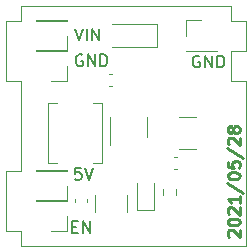
<source format=gbr>
%TF.GenerationSoftware,KiCad,Pcbnew,(5.1.9)-1*%
%TF.CreationDate,2021-05-28T15:44:06+02:00*%
%TF.ProjectId,16_STEP_DOWN,31365f53-5445-4505-9f44-4f574e2e6b69,rev?*%
%TF.SameCoordinates,Original*%
%TF.FileFunction,Legend,Top*%
%TF.FilePolarity,Positive*%
%FSLAX46Y46*%
G04 Gerber Fmt 4.6, Leading zero omitted, Abs format (unit mm)*
G04 Created by KiCad (PCBNEW (5.1.9)-1) date 2021-05-28 15:44:06*
%MOMM*%
%LPD*%
G01*
G04 APERTURE LIST*
%ADD10C,0.150000*%
%TA.AperFunction,Profile*%
%ADD11C,0.050000*%
%TD*%
%ADD12C,0.250000*%
%ADD13C,0.120000*%
G04 APERTURE END LIST*
D10*
X105901904Y-79668571D02*
X106235238Y-79668571D01*
X106378095Y-80192380D02*
X105901904Y-80192380D01*
X105901904Y-79192380D01*
X106378095Y-79192380D01*
X106806666Y-80192380D02*
X106806666Y-79192380D01*
X107378095Y-80192380D01*
X107378095Y-79192380D01*
X116678095Y-65240000D02*
X116582857Y-65192380D01*
X116440000Y-65192380D01*
X116297142Y-65240000D01*
X116201904Y-65335238D01*
X116154285Y-65430476D01*
X116106666Y-65620952D01*
X116106666Y-65763809D01*
X116154285Y-65954285D01*
X116201904Y-66049523D01*
X116297142Y-66144761D01*
X116440000Y-66192380D01*
X116535238Y-66192380D01*
X116678095Y-66144761D01*
X116725714Y-66097142D01*
X116725714Y-65763809D01*
X116535238Y-65763809D01*
X117154285Y-66192380D02*
X117154285Y-65192380D01*
X117725714Y-66192380D01*
X117725714Y-65192380D01*
X118201904Y-66192380D02*
X118201904Y-65192380D01*
X118440000Y-65192380D01*
X118582857Y-65240000D01*
X118678095Y-65335238D01*
X118725714Y-65430476D01*
X118773333Y-65620952D01*
X118773333Y-65763809D01*
X118725714Y-65954285D01*
X118678095Y-66049523D01*
X118582857Y-66144761D01*
X118440000Y-66192380D01*
X118201904Y-66192380D01*
X106144761Y-62892380D02*
X106478095Y-63892380D01*
X106811428Y-62892380D01*
X107144761Y-63892380D02*
X107144761Y-62892380D01*
X107620952Y-63892380D02*
X107620952Y-62892380D01*
X108192380Y-63892380D01*
X108192380Y-62892380D01*
D11*
X119380000Y-67310000D02*
X120650000Y-67310000D01*
X119380000Y-64770000D02*
X119380000Y-67310000D01*
X120650000Y-64770000D02*
X119380000Y-64770000D01*
X120650000Y-62230000D02*
X120650000Y-64770000D01*
X119380000Y-62230000D02*
X120650000Y-62230000D01*
X119380000Y-60960000D02*
X119380000Y-62230000D01*
D10*
X106649523Y-74692380D02*
X106173333Y-74692380D01*
X106125714Y-75168571D01*
X106173333Y-75120952D01*
X106268571Y-75073333D01*
X106506666Y-75073333D01*
X106601904Y-75120952D01*
X106649523Y-75168571D01*
X106697142Y-75263809D01*
X106697142Y-75501904D01*
X106649523Y-75597142D01*
X106601904Y-75644761D01*
X106506666Y-75692380D01*
X106268571Y-75692380D01*
X106173333Y-75644761D01*
X106125714Y-75597142D01*
X106982857Y-74692380D02*
X107316190Y-75692380D01*
X107649523Y-74692380D01*
D11*
X113665000Y-60960000D02*
X119380000Y-60960000D01*
X114935000Y-81280000D02*
X120650000Y-81280000D01*
X101600000Y-62230000D02*
X101600000Y-60960000D01*
X100330000Y-62230000D02*
X101600000Y-62230000D01*
X100330000Y-64770000D02*
X100330000Y-62230000D01*
X101600000Y-67310000D02*
X100330000Y-67310000D01*
X101600000Y-74930000D02*
X101600000Y-67310000D01*
X100330000Y-74930000D02*
X101600000Y-74930000D01*
D10*
X106778095Y-65140000D02*
X106682857Y-65092380D01*
X106540000Y-65092380D01*
X106397142Y-65140000D01*
X106301904Y-65235238D01*
X106254285Y-65330476D01*
X106206666Y-65520952D01*
X106206666Y-65663809D01*
X106254285Y-65854285D01*
X106301904Y-65949523D01*
X106397142Y-66044761D01*
X106540000Y-66092380D01*
X106635238Y-66092380D01*
X106778095Y-66044761D01*
X106825714Y-65997142D01*
X106825714Y-65663809D01*
X106635238Y-65663809D01*
X107254285Y-66092380D02*
X107254285Y-65092380D01*
X107825714Y-66092380D01*
X107825714Y-65092380D01*
X108301904Y-66092380D02*
X108301904Y-65092380D01*
X108540000Y-65092380D01*
X108682857Y-65140000D01*
X108778095Y-65235238D01*
X108825714Y-65330476D01*
X108873333Y-65520952D01*
X108873333Y-65663809D01*
X108825714Y-65854285D01*
X108778095Y-65949523D01*
X108682857Y-66044761D01*
X108540000Y-66092380D01*
X108301904Y-66092380D01*
D11*
X120650000Y-67310000D02*
X120650000Y-81280000D01*
X101600000Y-60960000D02*
X113665000Y-60960000D01*
X101600000Y-80010000D02*
X101600000Y-81280000D01*
X100330000Y-80010000D02*
X101600000Y-80010000D01*
X100330000Y-64770000D02*
X100330000Y-67310000D01*
X114935000Y-81280000D02*
X101600000Y-81280000D01*
X100330000Y-80010000D02*
X100330000Y-74930000D01*
D12*
X119187619Y-80506666D02*
X119140000Y-80459047D01*
X119092380Y-80363809D01*
X119092380Y-80125714D01*
X119140000Y-80030476D01*
X119187619Y-79982857D01*
X119282857Y-79935238D01*
X119378095Y-79935238D01*
X119520952Y-79982857D01*
X120092380Y-80554285D01*
X120092380Y-79935238D01*
X119092380Y-79316190D02*
X119092380Y-79220952D01*
X119140000Y-79125714D01*
X119187619Y-79078095D01*
X119282857Y-79030476D01*
X119473333Y-78982857D01*
X119711428Y-78982857D01*
X119901904Y-79030476D01*
X119997142Y-79078095D01*
X120044761Y-79125714D01*
X120092380Y-79220952D01*
X120092380Y-79316190D01*
X120044761Y-79411428D01*
X119997142Y-79459047D01*
X119901904Y-79506666D01*
X119711428Y-79554285D01*
X119473333Y-79554285D01*
X119282857Y-79506666D01*
X119187619Y-79459047D01*
X119140000Y-79411428D01*
X119092380Y-79316190D01*
X119187619Y-78601904D02*
X119140000Y-78554285D01*
X119092380Y-78459047D01*
X119092380Y-78220952D01*
X119140000Y-78125714D01*
X119187619Y-78078095D01*
X119282857Y-78030476D01*
X119378095Y-78030476D01*
X119520952Y-78078095D01*
X120092380Y-78649523D01*
X120092380Y-78030476D01*
X120092380Y-77078095D02*
X120092380Y-77649523D01*
X120092380Y-77363809D02*
X119092380Y-77363809D01*
X119235238Y-77459047D01*
X119330476Y-77554285D01*
X119378095Y-77649523D01*
X119044761Y-75935238D02*
X120330476Y-76792380D01*
X119092380Y-75411428D02*
X119092380Y-75316190D01*
X119140000Y-75220952D01*
X119187619Y-75173333D01*
X119282857Y-75125714D01*
X119473333Y-75078095D01*
X119711428Y-75078095D01*
X119901904Y-75125714D01*
X119997142Y-75173333D01*
X120044761Y-75220952D01*
X120092380Y-75316190D01*
X120092380Y-75411428D01*
X120044761Y-75506666D01*
X119997142Y-75554285D01*
X119901904Y-75601904D01*
X119711428Y-75649523D01*
X119473333Y-75649523D01*
X119282857Y-75601904D01*
X119187619Y-75554285D01*
X119140000Y-75506666D01*
X119092380Y-75411428D01*
X119092380Y-74173333D02*
X119092380Y-74649523D01*
X119568571Y-74697142D01*
X119520952Y-74649523D01*
X119473333Y-74554285D01*
X119473333Y-74316190D01*
X119520952Y-74220952D01*
X119568571Y-74173333D01*
X119663809Y-74125714D01*
X119901904Y-74125714D01*
X119997142Y-74173333D01*
X120044761Y-74220952D01*
X120092380Y-74316190D01*
X120092380Y-74554285D01*
X120044761Y-74649523D01*
X119997142Y-74697142D01*
X119044761Y-72982857D02*
X120330476Y-73840000D01*
X119187619Y-72697142D02*
X119140000Y-72649523D01*
X119092380Y-72554285D01*
X119092380Y-72316190D01*
X119140000Y-72220952D01*
X119187619Y-72173333D01*
X119282857Y-72125714D01*
X119378095Y-72125714D01*
X119520952Y-72173333D01*
X120092380Y-72744761D01*
X120092380Y-72125714D01*
X119520952Y-71554285D02*
X119473333Y-71649523D01*
X119425714Y-71697142D01*
X119330476Y-71744761D01*
X119282857Y-71744761D01*
X119187619Y-71697142D01*
X119140000Y-71649523D01*
X119092380Y-71554285D01*
X119092380Y-71363809D01*
X119140000Y-71268571D01*
X119187619Y-71220952D01*
X119282857Y-71173333D01*
X119330476Y-71173333D01*
X119425714Y-71220952D01*
X119473333Y-71268571D01*
X119520952Y-71363809D01*
X119520952Y-71554285D01*
X119568571Y-71649523D01*
X119616190Y-71697142D01*
X119711428Y-71744761D01*
X119901904Y-71744761D01*
X119997142Y-71697142D01*
X120044761Y-71649523D01*
X120092380Y-71554285D01*
X120092380Y-71363809D01*
X120044761Y-71268571D01*
X119997142Y-71220952D01*
X119901904Y-71173333D01*
X119711428Y-71173333D01*
X119616190Y-71220952D01*
X119568571Y-71268571D01*
X119520952Y-71363809D01*
D13*
%TO.C,J4*%
X105470000Y-77410000D02*
X102810000Y-77410000D01*
X105470000Y-77470000D02*
X105470000Y-77410000D01*
X102810000Y-77470000D02*
X102810000Y-77410000D01*
X105470000Y-77470000D02*
X102810000Y-77470000D01*
X105470000Y-78740000D02*
X105470000Y-80070000D01*
X105470000Y-80070000D02*
X104140000Y-80070000D01*
%TO.C,J1*%
X105470000Y-64710000D02*
X102810000Y-64710000D01*
X105470000Y-64770000D02*
X105470000Y-64710000D01*
X102810000Y-64770000D02*
X102810000Y-64710000D01*
X105470000Y-64770000D02*
X102810000Y-64770000D01*
X105470000Y-66040000D02*
X105470000Y-67370000D01*
X105470000Y-67370000D02*
X104140000Y-67370000D01*
%TO.C,J2*%
X105470000Y-62170000D02*
X102810000Y-62170000D01*
X105470000Y-62230000D02*
X105470000Y-62170000D01*
X102810000Y-62230000D02*
X102810000Y-62170000D01*
X105470000Y-62230000D02*
X102810000Y-62230000D01*
X105470000Y-63500000D02*
X105470000Y-64830000D01*
X105470000Y-64830000D02*
X104140000Y-64830000D01*
%TO.C,J3*%
X105470000Y-74870000D02*
X102810000Y-74870000D01*
X105470000Y-74930000D02*
X105470000Y-74870000D01*
X102810000Y-74930000D02*
X102810000Y-74870000D01*
X105470000Y-74930000D02*
X102810000Y-74930000D01*
X105470000Y-76200000D02*
X105470000Y-77530000D01*
X105470000Y-77530000D02*
X104140000Y-77530000D01*
%TO.C,J5*%
X115510000Y-64830000D02*
X118170000Y-64830000D01*
X115510000Y-64770000D02*
X115510000Y-64830000D01*
X118170000Y-64770000D02*
X118170000Y-64830000D01*
X115510000Y-64770000D02*
X118170000Y-64770000D01*
X115510000Y-63500000D02*
X115510000Y-62170000D01*
X115510000Y-62170000D02*
X116840000Y-62170000D01*
%TO.C,C4*%
X107190000Y-77329420D02*
X107190000Y-77610580D01*
X106170000Y-77329420D02*
X106170000Y-77610580D01*
%TO.C,C1*%
X114499420Y-74750000D02*
X114780580Y-74750000D01*
X114499420Y-73730000D02*
X114780580Y-73730000D01*
%TO.C,C2*%
X114928748Y-70380000D02*
X116351252Y-70380000D01*
X114928748Y-73100000D02*
X116351252Y-73100000D01*
%TO.C,C3*%
X108999420Y-66730000D02*
X109280580Y-66730000D01*
X108999420Y-67750000D02*
X109280580Y-67750000D01*
%TO.C,C5*%
X107860000Y-77028748D02*
X107860000Y-78451252D01*
X110580000Y-77028748D02*
X110580000Y-78451252D01*
%TO.C,D1*%
X113090000Y-64500000D02*
X109240000Y-64500000D01*
X113090000Y-62500000D02*
X109240000Y-62500000D01*
X113090000Y-64500000D02*
X113090000Y-62500000D01*
%TO.C,D2*%
X112875000Y-78225000D02*
X112875000Y-75940000D01*
X111405000Y-78225000D02*
X112875000Y-78225000D01*
X111405000Y-75940000D02*
X111405000Y-78225000D01*
%TO.C,L1*%
X108390000Y-69240000D02*
X107640000Y-69240000D01*
X108390000Y-74240000D02*
X108390000Y-69240000D01*
X107640000Y-74240000D02*
X108390000Y-74240000D01*
X103890000Y-69240000D02*
X104640000Y-69240000D01*
X103890000Y-74240000D02*
X103890000Y-69240000D01*
X104640000Y-74240000D02*
X103890000Y-74240000D01*
%TO.C,R1*%
X114662500Y-76977258D02*
X114662500Y-76502742D01*
X113617500Y-76977258D02*
X113617500Y-76502742D01*
%TO.C,U1*%
X109130000Y-70360000D02*
X109130000Y-72790000D01*
X112200000Y-72120000D02*
X112200000Y-70360000D01*
%TD*%
M02*

</source>
